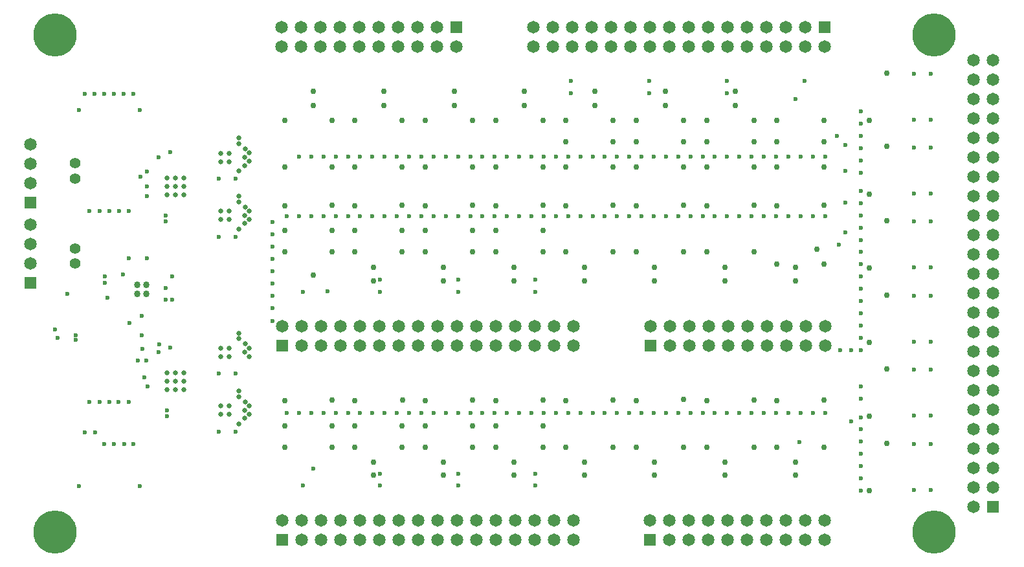
<source format=gbs>
G04*
G04 #@! TF.GenerationSoftware,Altium Limited,Altium Designer,20.0.9 (164)*
G04*
G04 Layer_Color=16711935*
%FSLAX25Y25*%
%MOIN*%
G70*
G01*
G75*
%ADD53R,0.06496X0.06496*%
%ADD54C,0.06496*%
%ADD55R,0.06496X0.06496*%
%ADD56C,0.05591*%
%ADD57C,0.02362*%
%ADD58C,0.02953*%
%ADD59C,0.03398*%
%ADD60C,0.02559*%
%ADD61C,0.22244*%
D53*
X137795Y7874D02*
D03*
X327165D02*
D03*
X227559Y271654D02*
D03*
X417087D02*
D03*
X327323Y107717D02*
D03*
X137795D02*
D03*
D54*
X137795Y17874D02*
D03*
X147795Y7874D02*
D03*
Y17874D02*
D03*
X157795Y7874D02*
D03*
Y17874D02*
D03*
X167795Y7874D02*
D03*
X167795Y17874D02*
D03*
X177795Y7874D02*
D03*
X177795Y17874D02*
D03*
X187795Y7874D02*
D03*
X187795Y17874D02*
D03*
X197795Y7874D02*
D03*
X197795Y17874D02*
D03*
X207795Y7874D02*
D03*
X207795Y17874D02*
D03*
X217795Y7874D02*
D03*
X217795Y17874D02*
D03*
X227795Y7874D02*
D03*
X227795Y17874D02*
D03*
X237795Y7874D02*
D03*
X237795Y17874D02*
D03*
X247795Y7874D02*
D03*
X247795Y17874D02*
D03*
X257795Y7874D02*
D03*
X257795Y17874D02*
D03*
X267795Y7874D02*
D03*
X267795Y17874D02*
D03*
X277795Y7874D02*
D03*
X277795Y17874D02*
D03*
X287795Y7874D02*
D03*
X287795Y17874D02*
D03*
X417165D02*
D03*
X417165Y7874D02*
D03*
X407165Y17874D02*
D03*
X407165Y7874D02*
D03*
X397165Y17874D02*
D03*
Y7874D02*
D03*
X387165Y17874D02*
D03*
Y7874D02*
D03*
X377165Y17874D02*
D03*
X377165Y7874D02*
D03*
X367165Y17874D02*
D03*
X367165Y7874D02*
D03*
X357165Y17874D02*
D03*
X357165Y7874D02*
D03*
X347165Y17874D02*
D03*
X347165Y7874D02*
D03*
X337165Y17874D02*
D03*
X337165Y7874D02*
D03*
X327165Y17874D02*
D03*
X493937Y24803D02*
D03*
X503937Y34803D02*
D03*
X493937D02*
D03*
X503937Y44803D02*
D03*
X493937Y44803D02*
D03*
X503937Y54803D02*
D03*
X493937Y54803D02*
D03*
X503937Y64803D02*
D03*
X493937D02*
D03*
X503937Y74803D02*
D03*
X493937D02*
D03*
X503937Y84803D02*
D03*
X493937Y84803D02*
D03*
X503937Y94803D02*
D03*
X493937Y94803D02*
D03*
X503937Y104803D02*
D03*
X493937Y104803D02*
D03*
X503937Y114803D02*
D03*
X493937Y114803D02*
D03*
X503937Y124803D02*
D03*
X493937D02*
D03*
X503937Y134803D02*
D03*
X493937Y134803D02*
D03*
X503937Y144803D02*
D03*
X493937Y144803D02*
D03*
X503937Y154803D02*
D03*
X493937Y154803D02*
D03*
X503937Y164803D02*
D03*
X493937D02*
D03*
X503937Y174803D02*
D03*
X493937Y174803D02*
D03*
X503937Y184803D02*
D03*
X493937Y184803D02*
D03*
X503937Y194803D02*
D03*
X493937Y194803D02*
D03*
X503937Y204803D02*
D03*
X493937Y204803D02*
D03*
X503937Y214803D02*
D03*
X493937D02*
D03*
X503937Y224803D02*
D03*
X493937Y224803D02*
D03*
X503937Y234803D02*
D03*
X493937Y234803D02*
D03*
X503937Y244803D02*
D03*
X493937Y244803D02*
D03*
X503937Y254803D02*
D03*
X493937Y254803D02*
D03*
X227559Y261653D02*
D03*
X217559Y271654D02*
D03*
Y261653D02*
D03*
X207559Y271654D02*
D03*
Y261653D02*
D03*
X197559Y271654D02*
D03*
X197559Y261653D02*
D03*
X187559Y271654D02*
D03*
X187559Y261653D02*
D03*
X177559Y271654D02*
D03*
Y261653D02*
D03*
X167559Y271654D02*
D03*
X167559Y261653D02*
D03*
X157559Y271654D02*
D03*
X157559Y261653D02*
D03*
X147559Y271654D02*
D03*
X147559Y261653D02*
D03*
X137559Y271654D02*
D03*
X137559Y261653D02*
D03*
X267087Y261653D02*
D03*
Y271654D02*
D03*
X277087Y261653D02*
D03*
Y271654D02*
D03*
X287087Y261653D02*
D03*
Y271654D02*
D03*
X297087Y261653D02*
D03*
X297087Y271654D02*
D03*
X307087Y261653D02*
D03*
X307087Y271654D02*
D03*
X317087Y261653D02*
D03*
Y271654D02*
D03*
X327087Y261653D02*
D03*
Y271654D02*
D03*
X337087Y261653D02*
D03*
Y271654D02*
D03*
X347087Y261653D02*
D03*
X347087Y271654D02*
D03*
X357087Y261653D02*
D03*
Y271654D02*
D03*
X367087Y261653D02*
D03*
Y271654D02*
D03*
X377087Y261653D02*
D03*
Y271654D02*
D03*
X387087Y261653D02*
D03*
Y271654D02*
D03*
X397087Y261653D02*
D03*
X397087Y271654D02*
D03*
X407087Y261653D02*
D03*
Y271654D02*
D03*
X417087Y261653D02*
D03*
X327323Y117717D02*
D03*
X337323Y107717D02*
D03*
Y117717D02*
D03*
X347323Y107717D02*
D03*
Y117717D02*
D03*
X357323Y107717D02*
D03*
Y117717D02*
D03*
X367323Y107717D02*
D03*
X367323Y117717D02*
D03*
X377323Y107717D02*
D03*
Y117717D02*
D03*
X387323Y107717D02*
D03*
X387323Y117717D02*
D03*
X397323Y107717D02*
D03*
X397323Y117717D02*
D03*
X407323Y107717D02*
D03*
X407323Y117717D02*
D03*
X417323Y107717D02*
D03*
X417323Y117717D02*
D03*
X287795D02*
D03*
X287795Y107717D02*
D03*
X277795Y117717D02*
D03*
Y107717D02*
D03*
X267795Y117717D02*
D03*
Y107717D02*
D03*
X257795Y117717D02*
D03*
X257795Y107717D02*
D03*
X247795Y117717D02*
D03*
Y107717D02*
D03*
X237795Y117717D02*
D03*
Y107717D02*
D03*
X227795Y117717D02*
D03*
Y107717D02*
D03*
X217795Y117717D02*
D03*
Y107717D02*
D03*
X207795Y117717D02*
D03*
Y107717D02*
D03*
X197795Y117717D02*
D03*
X197795Y107717D02*
D03*
X187795Y117717D02*
D03*
X187795Y107717D02*
D03*
X177795Y117717D02*
D03*
Y107717D02*
D03*
X167795Y117717D02*
D03*
X167795Y107717D02*
D03*
X157795Y117717D02*
D03*
Y107717D02*
D03*
X147795Y117717D02*
D03*
X147795Y107717D02*
D03*
X137795Y117717D02*
D03*
X8268Y211496D02*
D03*
Y201496D02*
D03*
Y191496D02*
D03*
Y170079D02*
D03*
Y160079D02*
D03*
Y150079D02*
D03*
D55*
X503937Y24803D02*
D03*
X8268Y181496D02*
D03*
Y140079D02*
D03*
D56*
X31102Y157874D02*
D03*
Y150000D02*
D03*
Y193701D02*
D03*
Y201575D02*
D03*
D57*
X66929Y91339D02*
D03*
X417323Y73228D02*
D03*
X411024D02*
D03*
X404724D02*
D03*
X398425D02*
D03*
X392126D02*
D03*
X385827D02*
D03*
X379528D02*
D03*
X373228D02*
D03*
X366929D02*
D03*
X360630D02*
D03*
X354331D02*
D03*
X348031D02*
D03*
X341732D02*
D03*
X335433D02*
D03*
X329134D02*
D03*
X322835D02*
D03*
X316535D02*
D03*
X310236D02*
D03*
X303937D02*
D03*
X297638D02*
D03*
X291339D02*
D03*
X285039D02*
D03*
X278740D02*
D03*
X272441D02*
D03*
X266142D02*
D03*
X259842D02*
D03*
X253543D02*
D03*
X247244D02*
D03*
X240945D02*
D03*
X234646D02*
D03*
X228346D02*
D03*
X222047D02*
D03*
X215748D02*
D03*
X209449D02*
D03*
X203150D02*
D03*
X196850D02*
D03*
X190551D02*
D03*
X184252D02*
D03*
X177953D02*
D03*
X171653D02*
D03*
X165354D02*
D03*
X159055D02*
D03*
X152756D02*
D03*
X146457D02*
D03*
X140157D02*
D03*
X417323Y205118D02*
D03*
X411024D02*
D03*
X404724D02*
D03*
X398425D02*
D03*
X392126D02*
D03*
X385827D02*
D03*
X379528D02*
D03*
X373228D02*
D03*
X366929D02*
D03*
X360630D02*
D03*
X354331D02*
D03*
X348031D02*
D03*
X341732D02*
D03*
X335433D02*
D03*
X329134D02*
D03*
X322835D02*
D03*
X316535D02*
D03*
X310236D02*
D03*
X303937D02*
D03*
X297638D02*
D03*
X291339D02*
D03*
X285039D02*
D03*
X278740D02*
D03*
X272441D02*
D03*
X266142D02*
D03*
X259842D02*
D03*
X253543D02*
D03*
X247244D02*
D03*
X240945D02*
D03*
X234646D02*
D03*
X228346D02*
D03*
X222047D02*
D03*
X215748D02*
D03*
X209449D02*
D03*
X203150D02*
D03*
X196850D02*
D03*
X190551D02*
D03*
X184252D02*
D03*
X177953D02*
D03*
X171653D02*
D03*
X165354D02*
D03*
X159055D02*
D03*
X152756D02*
D03*
X146457D02*
D03*
X58661Y78740D02*
D03*
X53543D02*
D03*
X48819D02*
D03*
X43701D02*
D03*
X38583D02*
D03*
X58661Y177165D02*
D03*
X53937D02*
D03*
X48819D02*
D03*
X43701D02*
D03*
X38583D02*
D03*
X68110Y197244D02*
D03*
X64961Y194882D02*
D03*
X74410Y108268D02*
D03*
X65748Y105905D02*
D03*
X67716Y100000D02*
D03*
X63386D02*
D03*
X64567Y35433D02*
D03*
X33071D02*
D03*
X64527Y229095D02*
D03*
X33071Y229134D02*
D03*
X65354Y112992D02*
D03*
X81102Y143307D02*
D03*
X59055Y119291D02*
D03*
X65354Y123228D02*
D03*
X68110Y152756D02*
D03*
X58661D02*
D03*
X55905Y144488D02*
D03*
X46457Y143307D02*
D03*
X77953Y137402D02*
D03*
X61221Y237402D02*
D03*
X56221Y237402D02*
D03*
X51221D02*
D03*
X46220D02*
D03*
X41221D02*
D03*
X36220Y237402D02*
D03*
X423622Y215748D02*
D03*
X427953Y211024D02*
D03*
Y197638D02*
D03*
X424409Y159843D02*
D03*
X427953Y166142D02*
D03*
Y181496D02*
D03*
X471654Y224016D02*
D03*
X462992D02*
D03*
Y247638D02*
D03*
X471654D02*
D03*
Y186221D02*
D03*
X462992D02*
D03*
Y209842D02*
D03*
X471654D02*
D03*
Y148031D02*
D03*
X462992D02*
D03*
Y171653D02*
D03*
X471654D02*
D03*
Y109843D02*
D03*
X462992D02*
D03*
Y133465D02*
D03*
X471654D02*
D03*
Y71653D02*
D03*
X462992D02*
D03*
Y95276D02*
D03*
X471654D02*
D03*
Y57087D02*
D03*
X462992D02*
D03*
Y33465D02*
D03*
X471654D02*
D03*
X140157Y174409D02*
D03*
X146457D02*
D03*
X152756D02*
D03*
X159055D02*
D03*
X165354D02*
D03*
X171653D02*
D03*
X177953D02*
D03*
X184252D02*
D03*
X190551D02*
D03*
X196850D02*
D03*
X203150D02*
D03*
X209449D02*
D03*
X215748D02*
D03*
X222047D02*
D03*
X228346D02*
D03*
X234646D02*
D03*
X240945D02*
D03*
X247244D02*
D03*
X253543D02*
D03*
X259842D02*
D03*
X266142D02*
D03*
X272441D02*
D03*
X278740D02*
D03*
X285039D02*
D03*
X291339D02*
D03*
X297638D02*
D03*
X303937D02*
D03*
X310236D02*
D03*
X316535D02*
D03*
X322835D02*
D03*
X329134D02*
D03*
X335433D02*
D03*
X341732D02*
D03*
X348031D02*
D03*
X354331D02*
D03*
X360630D02*
D03*
X366929D02*
D03*
X373228D02*
D03*
X379528D02*
D03*
X385827D02*
D03*
X392126D02*
D03*
X398425D02*
D03*
X404724D02*
D03*
X411024D02*
D03*
X417323D02*
D03*
X61024Y57087D02*
D03*
X56299D02*
D03*
X51181D02*
D03*
X46063D02*
D03*
X36220Y62992D02*
D03*
X41339D02*
D03*
X81102Y131496D02*
D03*
X77953D02*
D03*
X46457Y140157D02*
D03*
X47638Y132283D02*
D03*
X31496Y110630D02*
D03*
Y112992D02*
D03*
X20866Y116142D02*
D03*
X22047Y111811D02*
D03*
X27165Y134252D02*
D03*
X430762Y68823D02*
D03*
X403966Y58209D02*
D03*
X161024Y135827D02*
D03*
X430709Y105512D02*
D03*
X425189D02*
D03*
X153937Y44488D02*
D03*
X148425Y35827D02*
D03*
X268110Y41732D02*
D03*
Y35827D02*
D03*
X188189Y41732D02*
D03*
Y35827D02*
D03*
X228346Y41732D02*
D03*
Y35827D02*
D03*
X435827Y33071D02*
D03*
Y39370D02*
D03*
Y45669D02*
D03*
Y51968D02*
D03*
Y58268D02*
D03*
Y64567D02*
D03*
Y70866D02*
D03*
Y80315D02*
D03*
Y86614D02*
D03*
Y105512D02*
D03*
Y111811D02*
D03*
Y118110D02*
D03*
Y124409D02*
D03*
Y130709D02*
D03*
Y137008D02*
D03*
Y143307D02*
D03*
Y149606D02*
D03*
Y155905D02*
D03*
Y162205D02*
D03*
Y168504D02*
D03*
Y174803D02*
D03*
Y228346D02*
D03*
Y222047D02*
D03*
Y215748D02*
D03*
Y209449D02*
D03*
Y203150D02*
D03*
Y196850D02*
D03*
Y187402D02*
D03*
Y181102D02*
D03*
X132677Y120472D02*
D03*
Y127165D02*
D03*
Y133465D02*
D03*
Y139764D02*
D03*
Y146063D02*
D03*
Y152362D02*
D03*
Y158661D02*
D03*
Y164961D02*
D03*
Y171260D02*
D03*
X148425Y135433D02*
D03*
X268110Y141732D02*
D03*
Y135433D02*
D03*
X228346Y141732D02*
D03*
Y135433D02*
D03*
X188189Y141732D02*
D03*
Y135433D02*
D03*
X286614Y244094D02*
D03*
Y237795D02*
D03*
X401968Y234646D02*
D03*
X406693Y244094D02*
D03*
X366929D02*
D03*
Y237795D02*
D03*
X326772D02*
D03*
Y244094D02*
D03*
X80085Y106841D02*
D03*
X80172Y207272D02*
D03*
X74016Y104331D02*
D03*
Y204724D02*
D03*
X113779Y63386D02*
D03*
X105118D02*
D03*
X113779Y93307D02*
D03*
X105118D02*
D03*
Y163779D02*
D03*
X113779D02*
D03*
X77953Y171653D02*
D03*
Y174803D02*
D03*
X68110Y184646D02*
D03*
Y189764D02*
D03*
X68379Y86721D02*
D03*
X78347Y71260D02*
D03*
Y74410D02*
D03*
X113779Y193701D02*
D03*
X105118D02*
D03*
D58*
X163445Y79854D02*
D03*
X416892Y79783D02*
D03*
X380639Y79773D02*
D03*
X344506Y79924D02*
D03*
X308223Y79753D02*
D03*
X272011Y79714D02*
D03*
X235785Y79774D02*
D03*
X199657Y79668D02*
D03*
X392521Y179750D02*
D03*
X356301D02*
D03*
X320080Y179750D02*
D03*
X283860Y179750D02*
D03*
X247639D02*
D03*
X211419D02*
D03*
X138978D02*
D03*
X175198Y179750D02*
D03*
X163384Y199778D02*
D03*
X199605Y199778D02*
D03*
X235825D02*
D03*
X272046Y199778D02*
D03*
X308266Y199778D02*
D03*
X344487D02*
D03*
X380707D02*
D03*
X416928Y199778D02*
D03*
X138976Y66536D02*
D03*
X163386Y66535D02*
D03*
X272047Y66536D02*
D03*
X247638Y66536D02*
D03*
X235827Y66535D02*
D03*
X211417D02*
D03*
X199606D02*
D03*
X175197Y66536D02*
D03*
X416929Y55512D02*
D03*
X392520D02*
D03*
X380709D02*
D03*
X356299D02*
D03*
X344488Y55512D02*
D03*
X320079Y55512D02*
D03*
X308268D02*
D03*
X283858D02*
D03*
X272047D02*
D03*
X247638D02*
D03*
X235827D02*
D03*
X211417D02*
D03*
X199606Y55512D02*
D03*
X175197Y55512D02*
D03*
X163386Y55512D02*
D03*
X138976Y55512D02*
D03*
X401968Y47638D02*
D03*
Y40945D02*
D03*
X365748Y47638D02*
D03*
Y40945D02*
D03*
X329528Y47638D02*
D03*
Y40945D02*
D03*
X293307Y47638D02*
D03*
Y40945D02*
D03*
X257087Y47638D02*
D03*
Y40945D02*
D03*
X184646Y47638D02*
D03*
Y40945D02*
D03*
X220866D02*
D03*
Y47638D02*
D03*
X272047Y166929D02*
D03*
X247638D02*
D03*
X235827Y166929D02*
D03*
X211417Y166929D02*
D03*
X199606D02*
D03*
X175197D02*
D03*
X163386D02*
D03*
X138976D02*
D03*
X138976Y155905D02*
D03*
X163386Y155905D02*
D03*
X175197Y155905D02*
D03*
X199606D02*
D03*
X211417D02*
D03*
X235827Y155905D02*
D03*
X247638Y155905D02*
D03*
X272047D02*
D03*
X283858D02*
D03*
X308268D02*
D03*
X320079D02*
D03*
X344488Y155905D02*
D03*
X356299Y155905D02*
D03*
X380709D02*
D03*
X392520Y149606D02*
D03*
X416929D02*
D03*
X412992Y157480D02*
D03*
X392520Y223622D02*
D03*
X416929Y223622D02*
D03*
X416929Y212598D02*
D03*
X392520D02*
D03*
X380709D02*
D03*
X356299Y212598D02*
D03*
X344488Y212598D02*
D03*
X320079Y212598D02*
D03*
X308268Y212598D02*
D03*
X283858D02*
D03*
X153937Y231496D02*
D03*
Y238583D02*
D03*
X153937Y144095D02*
D03*
X184646Y148031D02*
D03*
Y140945D02*
D03*
X220866Y148031D02*
D03*
Y140945D02*
D03*
X257087Y148031D02*
D03*
Y140945D02*
D03*
X293307Y148031D02*
D03*
Y140945D02*
D03*
X329528Y148031D02*
D03*
Y140945D02*
D03*
X365748Y148031D02*
D03*
Y140945D02*
D03*
X401968D02*
D03*
Y148031D02*
D03*
X380709Y223622D02*
D03*
X356299Y223622D02*
D03*
X344488Y223622D02*
D03*
X320079Y223622D02*
D03*
X308268Y223622D02*
D03*
X283858Y223622D02*
D03*
X272047Y223622D02*
D03*
X247638D02*
D03*
X235827Y223622D02*
D03*
X211417D02*
D03*
X199606D02*
D03*
X175197D02*
D03*
X138976Y223622D02*
D03*
X163386D02*
D03*
X449213Y57480D02*
D03*
Y95669D02*
D03*
Y133858D02*
D03*
Y172047D02*
D03*
Y210236D02*
D03*
Y248031D02*
D03*
X440158Y33071D02*
D03*
X190157Y238583D02*
D03*
Y231496D02*
D03*
X226378Y238583D02*
D03*
Y231496D02*
D03*
X262598Y238583D02*
D03*
Y231496D02*
D03*
X335039Y238583D02*
D03*
Y231496D02*
D03*
X298819Y238583D02*
D03*
Y231496D02*
D03*
X371260Y231496D02*
D03*
Y238583D02*
D03*
X440158Y223622D02*
D03*
X440158Y185827D02*
D03*
Y147638D02*
D03*
Y109449D02*
D03*
Y71260D02*
D03*
X392521Y79356D02*
D03*
X356301D02*
D03*
X320080D02*
D03*
X283860Y79356D02*
D03*
X247639Y79356D02*
D03*
X211419Y79356D02*
D03*
X175198D02*
D03*
X138978Y79356D02*
D03*
X416929Y179921D02*
D03*
X380709D02*
D03*
X344488Y179921D02*
D03*
X308268Y179921D02*
D03*
X272047Y179921D02*
D03*
X235827Y179921D02*
D03*
X199606Y179921D02*
D03*
X163386Y179921D02*
D03*
X392520Y199606D02*
D03*
X356299Y199606D02*
D03*
X320079Y199606D02*
D03*
X283858Y199606D02*
D03*
X247638D02*
D03*
X211417Y199606D02*
D03*
X175197Y199606D02*
D03*
X138976D02*
D03*
D59*
X67716Y134252D02*
D03*
X62992D02*
D03*
X67716Y138976D02*
D03*
X62992D02*
D03*
D60*
X118504Y104331D02*
D03*
X115354Y111417D02*
D03*
X118718Y108633D02*
D03*
X120835Y106515D02*
D03*
X120943Y102182D02*
D03*
X115354Y114173D02*
D03*
X118504Y74409D02*
D03*
X115354Y67323D02*
D03*
Y81496D02*
D03*
Y84252D02*
D03*
X118718Y78711D02*
D03*
X118361Y70233D02*
D03*
X120835Y76594D02*
D03*
X120943Y72261D02*
D03*
X118504Y204724D02*
D03*
X115354Y197638D02*
D03*
Y211811D02*
D03*
X118718Y209026D02*
D03*
X118361Y200548D02*
D03*
X120835Y206909D02*
D03*
X120943Y202576D02*
D03*
X115354Y214567D02*
D03*
X120943Y172654D02*
D03*
X120835Y176987D02*
D03*
X118361Y170626D02*
D03*
X118718Y179105D02*
D03*
X115354Y184646D02*
D03*
Y181890D02*
D03*
Y167717D02*
D03*
X118504Y174803D02*
D03*
X106102Y106496D02*
D03*
X110433D02*
D03*
X106102Y102165D02*
D03*
X110433D02*
D03*
X106102Y206890D02*
D03*
X110433D02*
D03*
X106102Y202559D02*
D03*
X110433D02*
D03*
X78347Y185433D02*
D03*
X78347Y189764D02*
D03*
X78347Y194095D02*
D03*
X82677Y185433D02*
D03*
Y189764D02*
D03*
Y194095D02*
D03*
X87008Y185433D02*
D03*
X87008Y189764D02*
D03*
X87008Y194095D02*
D03*
X106102Y176969D02*
D03*
X110433D02*
D03*
X106102Y172638D02*
D03*
X110433D02*
D03*
X106102Y76575D02*
D03*
X110433D02*
D03*
X106102Y72244D02*
D03*
X110433D02*
D03*
X78347Y85039D02*
D03*
X78347Y89370D02*
D03*
X78347Y93701D02*
D03*
X82677Y85039D02*
D03*
Y89370D02*
D03*
Y93701D02*
D03*
X87008Y85039D02*
D03*
X87008Y89370D02*
D03*
X87008Y93701D02*
D03*
D61*
X473425Y11811D02*
D03*
Y267717D02*
D03*
X20669Y11811D02*
D03*
Y267717D02*
D03*
M02*

</source>
